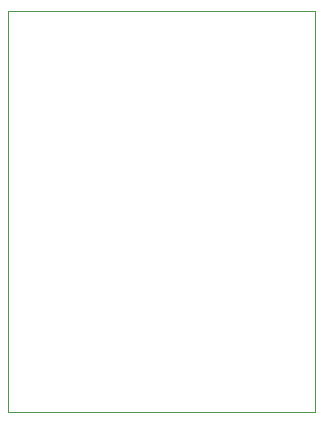
<source format=gbr>
%TF.GenerationSoftware,KiCad,Pcbnew,(6.0.1)*%
%TF.CreationDate,2022-03-21T11:35:37+08:00*%
%TF.ProjectId,Joystick_Board,4a6f7973-7469-4636-9b5f-426f6172642e,rev?*%
%TF.SameCoordinates,Original*%
%TF.FileFunction,Profile,NP*%
%FSLAX46Y46*%
G04 Gerber Fmt 4.6, Leading zero omitted, Abs format (unit mm)*
G04 Created by KiCad (PCBNEW (6.0.1)) date 2022-03-21 11:35:37*
%MOMM*%
%LPD*%
G01*
G04 APERTURE LIST*
%TA.AperFunction,Profile*%
%ADD10C,0.100000*%
%TD*%
G04 APERTURE END LIST*
D10*
X134000000Y-73500000D02*
X160000000Y-73500000D01*
X160000000Y-73500000D02*
X160000000Y-107500000D01*
X160000000Y-107500000D02*
X134000000Y-107500000D01*
X134000000Y-107500000D02*
X134000000Y-73500000D01*
M02*

</source>
